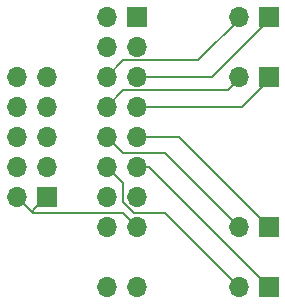
<source format=gbr>
%TF.GenerationSoftware,KiCad,Pcbnew,7.0.9*%
%TF.CreationDate,2023-11-25T22:17:53-08:00*%
%TF.ProjectId,supermicro-ATX-PCB,73757065-726d-4696-9372-6f2d4154582d,rev?*%
%TF.SameCoordinates,Original*%
%TF.FileFunction,Copper,L2,Bot*%
%TF.FilePolarity,Positive*%
%FSLAX46Y46*%
G04 Gerber Fmt 4.6, Leading zero omitted, Abs format (unit mm)*
G04 Created by KiCad (PCBNEW 7.0.9) date 2023-11-25 22:17:53*
%MOMM*%
%LPD*%
G01*
G04 APERTURE LIST*
%TA.AperFunction,ComponentPad*%
%ADD10O,1.700000X1.700000*%
%TD*%
%TA.AperFunction,ComponentPad*%
%ADD11R,1.700000X1.700000*%
%TD*%
%TA.AperFunction,Conductor*%
%ADD12C,0.200000*%
%TD*%
G04 APERTURE END LIST*
D10*
%TO.P,UID,2,Pin_2*%
%TO.N,/UID_LED-*%
X120396000Y-68580000D03*
D11*
%TO.P,UID,1,Pin_1*%
%TO.N,/UID_LED+*%
X122936000Y-68580000D03*
%TD*%
D10*
%TO.P,PWR_FAIL,2,Pin_2*%
%TO.N,/PWR_FAIL_LED-*%
X120396000Y-63500000D03*
D11*
%TO.P,PWR_FAIL,1,Pin_1*%
%TO.N,/PWR_FAIL_LED+*%
X122936000Y-63500000D03*
%TD*%
D10*
%TO.P,NIC2,2,Pin_2*%
%TO.N,/NIC2_LED-*%
X120396000Y-81280000D03*
D11*
%TO.P,NIC2,1,Pin_1*%
%TO.N,/NIC2_LED+*%
X122936000Y-81280000D03*
%TD*%
%TO.P,SM-JF1,1,Pin_1*%
%TO.N,/PWR_BUTT*%
X111760000Y-63500000D03*
D10*
%TO.P,SM-JF1,2,Pin_2*%
%TO.N,GND*%
X109220000Y-63500000D03*
%TO.P,SM-JF1,3,Pin_3*%
%TO.N,/RESET_BUTT*%
X111760000Y-66040000D03*
%TO.P,SM-JF1,4,Pin_4*%
%TO.N,GND*%
X109220000Y-66040000D03*
%TO.P,SM-JF1,5,Pin_5*%
%TO.N,/PWR_FAIL_LED+*%
X111760000Y-68580000D03*
%TO.P,SM-JF1,6,Pin_6*%
%TO.N,/PWR_FAIL_LED-*%
X109220000Y-68580000D03*
%TO.P,SM-JF1,7,Pin_7*%
%TO.N,/UID_LED+*%
X111760000Y-71120000D03*
%TO.P,SM-JF1,8,Pin_8*%
%TO.N,/UID_LED-*%
X109220000Y-71120000D03*
%TO.P,SM-JF1,9,Pin_9*%
%TO.N,/NIC2_LED+*%
X111760000Y-73660000D03*
%TO.P,SM-JF1,10,Pin_10*%
%TO.N,/NIC2_LED-*%
X109220000Y-73660000D03*
%TO.P,SM-JF1,11,Pin_11*%
%TO.N,/NIC1_LED+*%
X111760000Y-76200000D03*
%TO.P,SM-JF1,12,Pin_12*%
%TO.N,/NIC1_LED-*%
X109220000Y-76200000D03*
%TO.P,SM-JF1,13,Pin_13*%
%TO.N,/HDD_LED+*%
X111760000Y-78740000D03*
%TO.P,SM-JF1,14,Pin_14*%
%TO.N,/HDD_LED-*%
X109220000Y-78740000D03*
%TO.P,SM-JF1,15,Pin_15*%
%TO.N,/PWR_LED+*%
X111760000Y-81280000D03*
%TO.P,SM-JF1,16,Pin_16*%
%TO.N,/PWR_LED-*%
X109220000Y-81280000D03*
%TO.P,SM-JF1,19,Pin_19*%
%TO.N,unconnected-(SM-JF1-Pin_19-Pad19)*%
X111760000Y-86360000D03*
%TO.P,SM-JF1,20,Pin_20*%
%TO.N,/NMI*%
X109220000Y-86360000D03*
%TD*%
D11*
%TO.P,NIC1,1,Pin_1*%
%TO.N,/NIC1_LED+*%
X122936000Y-86360000D03*
D10*
%TO.P,NIC1,2,Pin_2*%
%TO.N,/NIC1_LED-*%
X120396000Y-86360000D03*
%TD*%
D11*
%TO.P,ATX-FP1,1,Pin_1*%
%TO.N,/HDD_LED+*%
X104140000Y-78740000D03*
D10*
%TO.P,ATX-FP1,2,Pin_2*%
%TO.N,/PWR_LED+*%
X101600000Y-78740000D03*
%TO.P,ATX-FP1,3,Pin_3*%
%TO.N,/HDD_LED-*%
X104140000Y-76200000D03*
%TO.P,ATX-FP1,4,Pin_4*%
%TO.N,/PWR_LED-*%
X101600000Y-76200000D03*
%TO.P,ATX-FP1,5,Pin_5*%
%TO.N,/RESET_BUTT*%
X104140000Y-73660000D03*
%TO.P,ATX-FP1,6,Pin_6*%
%TO.N,/PWR_BUTT*%
X101600000Y-73660000D03*
%TO.P,ATX-FP1,7,Pin_7*%
%TO.N,GND*%
X104140000Y-71120000D03*
%TO.P,ATX-FP1,8,Pin_8*%
X101600000Y-71120000D03*
%TO.P,ATX-FP1,9,Pin_9*%
X104140000Y-68580000D03*
%TO.P,ATX-FP1,10,Pin_10*%
%TO.N,unconnected-(ATX-FP1-Pin_10-Pad10)*%
X101600000Y-68580000D03*
%TD*%
D12*
%TO.N,/PWR_LED+*%
X102990000Y-79890000D02*
X102990000Y-80130000D01*
X101600000Y-78740000D02*
X102990000Y-80130000D01*
X110610000Y-80130000D02*
X111760000Y-81280000D01*
X102990000Y-80130000D02*
X110610000Y-80130000D01*
X104140000Y-78740000D02*
X102990000Y-79890000D01*
%TO.N,/NIC1_LED-*%
X120396000Y-86360000D02*
X114166000Y-80130000D01*
X110610000Y-79216346D02*
X110610000Y-77590000D01*
X111523654Y-80130000D02*
X110610000Y-79216346D01*
X110610000Y-77590000D02*
X109220000Y-76200000D01*
X114166000Y-80130000D02*
X111523654Y-80130000D01*
%TO.N,/NIC1_LED+*%
X122936000Y-86360000D02*
X112776000Y-76200000D01*
X112776000Y-76200000D02*
X111760000Y-76200000D01*
%TO.N,/NIC2_LED-*%
X114166000Y-75050000D02*
X110610000Y-75050000D01*
X120396000Y-81280000D02*
X114166000Y-75050000D01*
X110610000Y-75050000D02*
X109220000Y-73660000D01*
%TO.N,/NIC2_LED+*%
X115316000Y-73660000D02*
X111760000Y-73660000D01*
X122936000Y-81280000D02*
X115316000Y-73660000D01*
%TO.N,/PWR_FAIL_LED-*%
X120650000Y-63500000D02*
X116960000Y-67190000D01*
X116960000Y-67190000D02*
X110610000Y-67190000D01*
X110610000Y-67190000D02*
X109220000Y-68580000D01*
%TO.N,/PWR_FAIL_LED+*%
X123190000Y-63500000D02*
X118110000Y-68580000D01*
X118110000Y-68580000D02*
X111760000Y-68580000D01*
%TO.N,/UID_LED-*%
X110610000Y-69730000D02*
X109220000Y-71120000D01*
X120650000Y-68580000D02*
X119500000Y-69730000D01*
X119500000Y-69730000D02*
X110610000Y-69730000D01*
%TO.N,/UID_LED+*%
X120650000Y-71120000D02*
X111760000Y-71120000D01*
X123190000Y-68580000D02*
X120650000Y-71120000D01*
%TD*%
M02*

</source>
